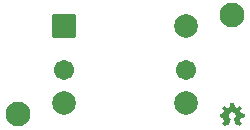
<source format=gts>
G04 #@! TF.GenerationSoftware,KiCad,Pcbnew,7.0.7*
G04 #@! TF.CreationDate,2023-09-18T19:37:29-04:00*
G04 #@! TF.ProjectId,Nav Switch Mount,4e617620-5377-4697-9463-68204d6f756e,rev?*
G04 #@! TF.SameCoordinates,Original*
G04 #@! TF.FileFunction,Soldermask,Top*
G04 #@! TF.FilePolarity,Negative*
%FSLAX46Y46*%
G04 Gerber Fmt 4.6, Leading zero omitted, Abs format (unit mm)*
G04 Created by KiCad (PCBNEW 7.0.7) date 2023-09-18 19:37:29*
%MOMM*%
%LPD*%
G01*
G04 APERTURE LIST*
G04 Aperture macros list*
%AMRoundRect*
0 Rectangle with rounded corners*
0 $1 Rounding radius*
0 $2 $3 $4 $5 $6 $7 $8 $9 X,Y pos of 4 corners*
0 Add a 4 corners polygon primitive as box body*
4,1,4,$2,$3,$4,$5,$6,$7,$8,$9,$2,$3,0*
0 Add four circle primitives for the rounded corners*
1,1,$1+$1,$2,$3*
1,1,$1+$1,$4,$5*
1,1,$1+$1,$6,$7*
1,1,$1+$1,$8,$9*
0 Add four rect primitives between the rounded corners*
20,1,$1+$1,$2,$3,$4,$5,0*
20,1,$1+$1,$4,$5,$6,$7,0*
20,1,$1+$1,$6,$7,$8,$9,0*
20,1,$1+$1,$8,$9,$2,$3,0*%
G04 Aperture macros list end*
%ADD10C,0.000000*%
%ADD11C,2.100000*%
%ADD12RoundRect,0.102000X-0.900000X-0.900000X0.900000X-0.900000X0.900000X0.900000X-0.900000X0.900000X0*%
%ADD13C,1.712000*%
%ADD14C,2.004000*%
G04 APERTURE END LIST*
D10*
G36*
X168234937Y-55243364D02*
G01*
X168235541Y-55243409D01*
X168236143Y-55243483D01*
X168236740Y-55243585D01*
X168237333Y-55243715D01*
X168237920Y-55243872D01*
X168238501Y-55244054D01*
X168239074Y-55244262D01*
X168239638Y-55244495D01*
X168240194Y-55244751D01*
X168240739Y-55245031D01*
X168241273Y-55245332D01*
X168241795Y-55245656D01*
X168242304Y-55246000D01*
X168242800Y-55246365D01*
X168243281Y-55246749D01*
X168243746Y-55247151D01*
X168244195Y-55247571D01*
X168244627Y-55248009D01*
X168245040Y-55248463D01*
X168245435Y-55248933D01*
X168245809Y-55249417D01*
X168246162Y-55249916D01*
X168246494Y-55250429D01*
X168246803Y-55250954D01*
X168247088Y-55251491D01*
X168247349Y-55252039D01*
X168247584Y-55252598D01*
X168247793Y-55253166D01*
X168247975Y-55253744D01*
X168248129Y-55254330D01*
X168248254Y-55254923D01*
X168298503Y-55524870D01*
X168298630Y-55525468D01*
X168298784Y-55526068D01*
X168299170Y-55527271D01*
X168299655Y-55528469D01*
X168300232Y-55529656D01*
X168300893Y-55530824D01*
X168301633Y-55531964D01*
X168302444Y-55533069D01*
X168303319Y-55534132D01*
X168304253Y-55535143D01*
X168305238Y-55536096D01*
X168306266Y-55536982D01*
X168307333Y-55537794D01*
X168308430Y-55538524D01*
X168309552Y-55539164D01*
X168310119Y-55539448D01*
X168310690Y-55539706D01*
X168311264Y-55539938D01*
X168311839Y-55540143D01*
X168492767Y-55614206D01*
X168493891Y-55614701D01*
X168495083Y-55615115D01*
X168496333Y-55615447D01*
X168497629Y-55615700D01*
X168498963Y-55615873D01*
X168500322Y-55615967D01*
X168501697Y-55615984D01*
X168503077Y-55615923D01*
X168504451Y-55615786D01*
X168505810Y-55615573D01*
X168507142Y-55615285D01*
X168508438Y-55614923D01*
X168509686Y-55614487D01*
X168510876Y-55613979D01*
X168511998Y-55613398D01*
X168513041Y-55612746D01*
X168738566Y-55457982D01*
X168739074Y-55457652D01*
X168739597Y-55457346D01*
X168740134Y-55457067D01*
X168740683Y-55456813D01*
X168741245Y-55456584D01*
X168741816Y-55456381D01*
X168742397Y-55456203D01*
X168742987Y-55456050D01*
X168743583Y-55455923D01*
X168744185Y-55455820D01*
X168745402Y-55455688D01*
X168746628Y-55455655D01*
X168747855Y-55455720D01*
X168749074Y-55455881D01*
X168750274Y-55456139D01*
X168751447Y-55456491D01*
X168752021Y-55456703D01*
X168752584Y-55456938D01*
X168753136Y-55457196D01*
X168753676Y-55457478D01*
X168754202Y-55457782D01*
X168754713Y-55458110D01*
X168755208Y-55458461D01*
X168755686Y-55458834D01*
X168756145Y-55459231D01*
X168756585Y-55459649D01*
X168946515Y-55649579D01*
X168946934Y-55650019D01*
X168947330Y-55650479D01*
X168947703Y-55650957D01*
X168948053Y-55651453D01*
X168948381Y-55651964D01*
X168948685Y-55652490D01*
X168949223Y-55653583D01*
X168949667Y-55654721D01*
X168950018Y-55655896D01*
X168950273Y-55657097D01*
X168950433Y-55658317D01*
X168950496Y-55659546D01*
X168950462Y-55660774D01*
X168950331Y-55661992D01*
X168950101Y-55663191D01*
X168949772Y-55664363D01*
X168949570Y-55664935D01*
X168949343Y-55665496D01*
X168949091Y-55666046D01*
X168948813Y-55666584D01*
X168948510Y-55667107D01*
X168948182Y-55667615D01*
X168796118Y-55889250D01*
X168795464Y-55890297D01*
X168794883Y-55891421D01*
X168794377Y-55892611D01*
X168793946Y-55893856D01*
X168793590Y-55895147D01*
X168793310Y-55896473D01*
X168793108Y-55897824D01*
X168792982Y-55899190D01*
X168792935Y-55900561D01*
X168792967Y-55901926D01*
X168793078Y-55903276D01*
X168793269Y-55904599D01*
X168793541Y-55905886D01*
X168793894Y-55907127D01*
X168794330Y-55908311D01*
X168794848Y-55909429D01*
X168874849Y-56096072D01*
X168875306Y-56097218D01*
X168875868Y-56098354D01*
X168876526Y-56099472D01*
X168877274Y-56100566D01*
X168878103Y-56101630D01*
X168879004Y-56102656D01*
X168879971Y-56103637D01*
X168880995Y-56104568D01*
X168882069Y-56105440D01*
X168883184Y-56106248D01*
X168884332Y-56106985D01*
X168885505Y-56107644D01*
X168886697Y-56108217D01*
X168887898Y-56108699D01*
X168889101Y-56109082D01*
X168890297Y-56109361D01*
X169151290Y-56157895D01*
X169151881Y-56158022D01*
X169152466Y-56158179D01*
X169153042Y-56158363D01*
X169153609Y-56158574D01*
X169154167Y-56158812D01*
X169154714Y-56159074D01*
X169155250Y-56159361D01*
X169155774Y-56159671D01*
X169156784Y-56160358D01*
X169157736Y-56161128D01*
X169158626Y-56161975D01*
X169159448Y-56162890D01*
X169160195Y-56163867D01*
X169160861Y-56164899D01*
X169161441Y-56165979D01*
X169161696Y-56166535D01*
X169161928Y-56167100D01*
X169162135Y-56167673D01*
X169162317Y-56168254D01*
X169162472Y-56168842D01*
X169162601Y-56169436D01*
X169162702Y-56170034D01*
X169162775Y-56170637D01*
X169162818Y-56171242D01*
X169162832Y-56171850D01*
X169162800Y-56440463D01*
X169162785Y-56441070D01*
X169162740Y-56441675D01*
X169162666Y-56442277D01*
X169162563Y-56442875D01*
X169162433Y-56443468D01*
X169162276Y-56444056D01*
X169162093Y-56444637D01*
X169161885Y-56445211D01*
X169161652Y-56445777D01*
X169161395Y-56446333D01*
X169161115Y-56446880D01*
X169160812Y-56447415D01*
X169160488Y-56447938D01*
X169160144Y-56448449D01*
X169159779Y-56448946D01*
X169159394Y-56449428D01*
X169158992Y-56449894D01*
X169158571Y-56450344D01*
X169158133Y-56450777D01*
X169157679Y-56451191D01*
X169157209Y-56451586D01*
X169156724Y-56451961D01*
X169156226Y-56452315D01*
X169155714Y-56452647D01*
X169155189Y-56452956D01*
X169154652Y-56453241D01*
X169154105Y-56453502D01*
X169153547Y-56453737D01*
X169152979Y-56453945D01*
X169152403Y-56454127D01*
X169151818Y-56454279D01*
X169151226Y-56454403D01*
X168896647Y-56501778D01*
X168896048Y-56501901D01*
X168895448Y-56502052D01*
X168894847Y-56502229D01*
X168894246Y-56502433D01*
X168893051Y-56502914D01*
X168891870Y-56503490D01*
X168890711Y-56504152D01*
X168889580Y-56504894D01*
X168888487Y-56505708D01*
X168887437Y-56506589D01*
X168886440Y-56507528D01*
X168885501Y-56508519D01*
X168884631Y-56509555D01*
X168883834Y-56510628D01*
X168883120Y-56511733D01*
X168882496Y-56512861D01*
X168881970Y-56514007D01*
X168881746Y-56514584D01*
X168881549Y-56515162D01*
X168802072Y-56713697D01*
X168801580Y-56714826D01*
X168801170Y-56716022D01*
X168800841Y-56717274D01*
X168800592Y-56718573D01*
X168800423Y-56719906D01*
X168800332Y-56721266D01*
X168800319Y-56722640D01*
X168800383Y-56724018D01*
X168800523Y-56725391D01*
X168800738Y-56726748D01*
X168801027Y-56728078D01*
X168801391Y-56729372D01*
X168801827Y-56730618D01*
X168802335Y-56731807D01*
X168802914Y-56732928D01*
X168803564Y-56733971D01*
X168948182Y-56944699D01*
X168948513Y-56945207D01*
X168948818Y-56945730D01*
X168949098Y-56946268D01*
X168949352Y-56946818D01*
X168949580Y-56947380D01*
X168949784Y-56947952D01*
X168949961Y-56948534D01*
X168950114Y-56949125D01*
X168950242Y-56949722D01*
X168950345Y-56950325D01*
X168950476Y-56951545D01*
X168950509Y-56952774D01*
X168950445Y-56954004D01*
X168950283Y-56955226D01*
X168950026Y-56956429D01*
X168949674Y-56957605D01*
X168949462Y-56958180D01*
X168949227Y-56958744D01*
X168948969Y-56959297D01*
X168948687Y-56959838D01*
X168948382Y-56960364D01*
X168948055Y-56960876D01*
X168947704Y-56961372D01*
X168947330Y-56961850D01*
X168946934Y-56962310D01*
X168946515Y-56962750D01*
X168756554Y-57152680D01*
X168756116Y-57153096D01*
X168755659Y-57153490D01*
X168755183Y-57153861D01*
X168754690Y-57154209D01*
X168754180Y-57154535D01*
X168753656Y-57154837D01*
X168752566Y-57155374D01*
X168751430Y-57155818D01*
X168750256Y-57156169D01*
X168749055Y-57156425D01*
X168747836Y-57156586D01*
X168746607Y-57156651D01*
X168745378Y-57156619D01*
X168744159Y-57156489D01*
X168742959Y-57156261D01*
X168741787Y-57155934D01*
X168741215Y-57155732D01*
X168740653Y-57155506D01*
X168740103Y-57155254D01*
X168739565Y-57154977D01*
X168739042Y-57154675D01*
X168738534Y-57154347D01*
X168531521Y-57012269D01*
X168530481Y-57011621D01*
X168529366Y-57011053D01*
X168528188Y-57010565D01*
X168526956Y-57010157D01*
X168525680Y-57009830D01*
X168524371Y-57009583D01*
X168523039Y-57009417D01*
X168521694Y-57009332D01*
X168520346Y-57009328D01*
X168519004Y-57009405D01*
X168517681Y-57009564D01*
X168516384Y-57009804D01*
X168515125Y-57010126D01*
X168513914Y-57010531D01*
X168512761Y-57011017D01*
X168511676Y-57011586D01*
X168420386Y-57060327D01*
X168419840Y-57060586D01*
X168419290Y-57060815D01*
X168418736Y-57061012D01*
X168418179Y-57061178D01*
X168417621Y-57061314D01*
X168417062Y-57061420D01*
X168416503Y-57061497D01*
X168415946Y-57061544D01*
X168415390Y-57061563D01*
X168414838Y-57061552D01*
X168414289Y-57061514D01*
X168413746Y-57061448D01*
X168413208Y-57061354D01*
X168412677Y-57061233D01*
X168412155Y-57061085D01*
X168411640Y-57060910D01*
X168411136Y-57060710D01*
X168410642Y-57060483D01*
X168410160Y-57060232D01*
X168409691Y-57059955D01*
X168409235Y-57059653D01*
X168408793Y-57059327D01*
X168408367Y-57058977D01*
X168407957Y-57058603D01*
X168407565Y-57058206D01*
X168407191Y-57057786D01*
X168406836Y-57057343D01*
X168406501Y-57056878D01*
X168406188Y-57056391D01*
X168405896Y-57055882D01*
X168405628Y-57055353D01*
X168405383Y-57054802D01*
X168217168Y-56599974D01*
X168216950Y-56599408D01*
X168216762Y-56598834D01*
X168216601Y-56598252D01*
X168216469Y-56597663D01*
X168216365Y-56597070D01*
X168216287Y-56596472D01*
X168216237Y-56595871D01*
X168216214Y-56595268D01*
X168216217Y-56594663D01*
X168216246Y-56594059D01*
X168216300Y-56593456D01*
X168216379Y-56592855D01*
X168216484Y-56592258D01*
X168216612Y-56591664D01*
X168216765Y-56591077D01*
X168216942Y-56590496D01*
X168217142Y-56589922D01*
X168217365Y-56589357D01*
X168217610Y-56588802D01*
X168217878Y-56588258D01*
X168218167Y-56587726D01*
X168218479Y-56587207D01*
X168218811Y-56586702D01*
X168219164Y-56586212D01*
X168219537Y-56585738D01*
X168219931Y-56585282D01*
X168220344Y-56584844D01*
X168220777Y-56584426D01*
X168221228Y-56584029D01*
X168221698Y-56583653D01*
X168222187Y-56583299D01*
X168222693Y-56582970D01*
X168245539Y-56568983D01*
X168247184Y-56567936D01*
X168248939Y-56566741D01*
X168250773Y-56565423D01*
X168252652Y-56564010D01*
X168254543Y-56562527D01*
X168256412Y-56560999D01*
X168258227Y-56559454D01*
X168259955Y-56557917D01*
X168275079Y-56547565D01*
X168289512Y-56536326D01*
X168303216Y-56524237D01*
X168316151Y-56511340D01*
X168328278Y-56497672D01*
X168339556Y-56483273D01*
X168349948Y-56468182D01*
X168359413Y-56452438D01*
X168367912Y-56436081D01*
X168375406Y-56419149D01*
X168381854Y-56401682D01*
X168387219Y-56383719D01*
X168391460Y-56365299D01*
X168394538Y-56346461D01*
X168396414Y-56327245D01*
X168397048Y-56307689D01*
X168396662Y-56292402D01*
X168395514Y-56277315D01*
X168393625Y-56262448D01*
X168391013Y-56247819D01*
X168387696Y-56233447D01*
X168383693Y-56219350D01*
X168379023Y-56205547D01*
X168373704Y-56192057D01*
X168367755Y-56178898D01*
X168361195Y-56166089D01*
X168354043Y-56153649D01*
X168346316Y-56141596D01*
X168338034Y-56129949D01*
X168329215Y-56118727D01*
X168319879Y-56107949D01*
X168310043Y-56097632D01*
X168299727Y-56087796D01*
X168288949Y-56078459D01*
X168277727Y-56069640D01*
X168266081Y-56061358D01*
X168254029Y-56053631D01*
X168241589Y-56046478D01*
X168228781Y-56039918D01*
X168215623Y-56033969D01*
X168202134Y-56028650D01*
X168188332Y-56023980D01*
X168174236Y-56019977D01*
X168159864Y-56016660D01*
X168145237Y-56014048D01*
X168130371Y-56012159D01*
X168115286Y-56011012D01*
X168100000Y-56010625D01*
X168084714Y-56011012D01*
X168069629Y-56012159D01*
X168054763Y-56014048D01*
X168040135Y-56016660D01*
X168025763Y-56019977D01*
X168011667Y-56023980D01*
X167997865Y-56028650D01*
X167984375Y-56033969D01*
X167971216Y-56039918D01*
X167958407Y-56046478D01*
X167945967Y-56053631D01*
X167933914Y-56061358D01*
X167922267Y-56069640D01*
X167911045Y-56078459D01*
X167900266Y-56087796D01*
X167889949Y-56097632D01*
X167880112Y-56107949D01*
X167870775Y-56118727D01*
X167861956Y-56129949D01*
X167853673Y-56141596D01*
X167845946Y-56153649D01*
X167838793Y-56166089D01*
X167832232Y-56178898D01*
X167826283Y-56192057D01*
X167820963Y-56205547D01*
X167816293Y-56219350D01*
X167812289Y-56233447D01*
X167808972Y-56247819D01*
X167806359Y-56262448D01*
X167804470Y-56277315D01*
X167803323Y-56292402D01*
X167802936Y-56307689D01*
X167803095Y-56317507D01*
X167803570Y-56327245D01*
X167804356Y-56336898D01*
X167805447Y-56346461D01*
X167806838Y-56355930D01*
X167808525Y-56365299D01*
X167810503Y-56374564D01*
X167812767Y-56383719D01*
X167815312Y-56392760D01*
X167818133Y-56401682D01*
X167821225Y-56410480D01*
X167824583Y-56419149D01*
X167828202Y-56427684D01*
X167832077Y-56436081D01*
X167840577Y-56452438D01*
X167850043Y-56468182D01*
X167860435Y-56483273D01*
X167871713Y-56497672D01*
X167883840Y-56511340D01*
X167896774Y-56524237D01*
X167910476Y-56536326D01*
X167924908Y-56547565D01*
X167940029Y-56557917D01*
X167941767Y-56559454D01*
X167943588Y-56560999D01*
X167945461Y-56562527D01*
X167947354Y-56564010D01*
X167949234Y-56565423D01*
X167951069Y-56566741D01*
X167952828Y-56567936D01*
X167954477Y-56568983D01*
X167977323Y-56582970D01*
X167977832Y-56583299D01*
X167978323Y-56583653D01*
X167978795Y-56584029D01*
X167979249Y-56584426D01*
X167979683Y-56584844D01*
X167980098Y-56585282D01*
X167980868Y-56586212D01*
X167981555Y-56587207D01*
X167982156Y-56588258D01*
X167982670Y-56589357D01*
X167983092Y-56590496D01*
X167983420Y-56591664D01*
X167983652Y-56592855D01*
X167983784Y-56594059D01*
X167983813Y-56595268D01*
X167983737Y-56596472D01*
X167983659Y-56597070D01*
X167983553Y-56597663D01*
X167983419Y-56598252D01*
X167983257Y-56598834D01*
X167983067Y-56599408D01*
X167982848Y-56599974D01*
X167794617Y-57054786D01*
X167794372Y-57055337D01*
X167794104Y-57055867D01*
X167793812Y-57056376D01*
X167793498Y-57056863D01*
X167793163Y-57057328D01*
X167792808Y-57057771D01*
X167792433Y-57058192D01*
X167792040Y-57058590D01*
X167791630Y-57058964D01*
X167791204Y-57059314D01*
X167790762Y-57059641D01*
X167790305Y-57059943D01*
X167789835Y-57060220D01*
X167789353Y-57060473D01*
X167788858Y-57060699D01*
X167788354Y-57060900D01*
X167787839Y-57061075D01*
X167787316Y-57061223D01*
X167786785Y-57061345D01*
X167786247Y-57061439D01*
X167785704Y-57061505D01*
X167785155Y-57061544D01*
X167784603Y-57061554D01*
X167784048Y-57061535D01*
X167783490Y-57061487D01*
X167782932Y-57061410D01*
X167782374Y-57061304D01*
X167781816Y-57061167D01*
X167781260Y-57060999D01*
X167780707Y-57060801D01*
X167780158Y-57060572D01*
X167779614Y-57060311D01*
X167688324Y-57011570D01*
X167687242Y-57011002D01*
X167686090Y-57010515D01*
X167684881Y-57010112D01*
X167683623Y-57009790D01*
X167682327Y-57009551D01*
X167681003Y-57009393D01*
X167679661Y-57009317D01*
X167678312Y-57009322D01*
X167676966Y-57009408D01*
X167675633Y-57009574D01*
X167674323Y-57009821D01*
X167673046Y-57010148D01*
X167671814Y-57010555D01*
X167670634Y-57011042D01*
X167669519Y-57011608D01*
X167668479Y-57012253D01*
X167461482Y-57154331D01*
X167460972Y-57154659D01*
X167460448Y-57154962D01*
X167459909Y-57155239D01*
X167459358Y-57155490D01*
X167458796Y-57155717D01*
X167458222Y-57155918D01*
X167457640Y-57156094D01*
X167457050Y-57156245D01*
X167456452Y-57156372D01*
X167455849Y-57156473D01*
X167454630Y-57156603D01*
X167453401Y-57156635D01*
X167452172Y-57156570D01*
X167450953Y-57156409D01*
X167449751Y-57156153D01*
X167448578Y-57155802D01*
X167448004Y-57155592D01*
X167447441Y-57155358D01*
X167446889Y-57155101D01*
X167446350Y-57154821D01*
X167445825Y-57154519D01*
X167445314Y-57154193D01*
X167444820Y-57153845D01*
X167444343Y-57153474D01*
X167443885Y-57153080D01*
X167443446Y-57152664D01*
X167253485Y-56962734D01*
X167253067Y-56962294D01*
X167252672Y-56961834D01*
X167252300Y-56961356D01*
X167251951Y-56960860D01*
X167251624Y-56960349D01*
X167251320Y-56959822D01*
X167250782Y-56958728D01*
X167250337Y-56957589D01*
X167249985Y-56956413D01*
X167249728Y-56955210D01*
X167249567Y-56953988D01*
X167249502Y-56952758D01*
X167249535Y-56951529D01*
X167249665Y-56950309D01*
X167249895Y-56949109D01*
X167250224Y-56947937D01*
X167250426Y-56947364D01*
X167250653Y-56946802D01*
X167250906Y-56946252D01*
X167251184Y-56945714D01*
X167251488Y-56945191D01*
X167251818Y-56944683D01*
X167396420Y-56733955D01*
X167397075Y-56732912D01*
X167397659Y-56731791D01*
X167398171Y-56730603D01*
X167398609Y-56729356D01*
X167398975Y-56728063D01*
X167399265Y-56726732D01*
X167399481Y-56725376D01*
X167399621Y-56724003D01*
X167399685Y-56722624D01*
X167399671Y-56721250D01*
X167399580Y-56719891D01*
X167399410Y-56718557D01*
X167399160Y-56717258D01*
X167398831Y-56716006D01*
X167398420Y-56714810D01*
X167397928Y-56713681D01*
X167318451Y-56515146D01*
X167318255Y-56514568D01*
X167318032Y-56513991D01*
X167317507Y-56512845D01*
X167316883Y-56511717D01*
X167316168Y-56510612D01*
X167315370Y-56509539D01*
X167314496Y-56508503D01*
X167313555Y-56507512D01*
X167312555Y-56506573D01*
X167311503Y-56505692D01*
X167310406Y-56504878D01*
X167309273Y-56504136D01*
X167308112Y-56503474D01*
X167306930Y-56502899D01*
X167305735Y-56502417D01*
X167304534Y-56502036D01*
X167303935Y-56501885D01*
X167303337Y-56501762D01*
X167048758Y-56454387D01*
X167048165Y-56454263D01*
X167047579Y-56454111D01*
X167047002Y-56453930D01*
X167046433Y-56453721D01*
X167045874Y-56453486D01*
X167045326Y-56453225D01*
X167044789Y-56452940D01*
X167044264Y-56452631D01*
X167043752Y-56452299D01*
X167043253Y-56451945D01*
X167042298Y-56451175D01*
X167041407Y-56450328D01*
X167040584Y-56449412D01*
X167039835Y-56448433D01*
X167039168Y-56447399D01*
X167038586Y-56446317D01*
X167038097Y-56445195D01*
X167037889Y-56444621D01*
X167037707Y-56444040D01*
X167037550Y-56443452D01*
X167037420Y-56442859D01*
X167037318Y-56442261D01*
X167037244Y-56441659D01*
X167037199Y-56441054D01*
X167037184Y-56440447D01*
X167037168Y-56171834D01*
X167037183Y-56171228D01*
X167037228Y-56170623D01*
X167037302Y-56170022D01*
X167037404Y-56169425D01*
X167037533Y-56168833D01*
X167037690Y-56168246D01*
X167037872Y-56167666D01*
X167038079Y-56167093D01*
X167038311Y-56166529D01*
X167038567Y-56165974D01*
X167038846Y-56165429D01*
X167039148Y-56164895D01*
X167039471Y-56164373D01*
X167039814Y-56163864D01*
X167040179Y-56163369D01*
X167040562Y-56162888D01*
X167040964Y-56162422D01*
X167041384Y-56161973D01*
X167041822Y-56161541D01*
X167042276Y-56161128D01*
X167042745Y-56160733D01*
X167043230Y-56160358D01*
X167043729Y-56160004D01*
X167044241Y-56159671D01*
X167044767Y-56159361D01*
X167045304Y-56159074D01*
X167045853Y-56158812D01*
X167046413Y-56158574D01*
X167046982Y-56158363D01*
X167047561Y-56158179D01*
X167048148Y-56158022D01*
X167048742Y-56157895D01*
X167309719Y-56109361D01*
X167310319Y-56109235D01*
X167310921Y-56109082D01*
X167312128Y-56108699D01*
X167313332Y-56108217D01*
X167314526Y-56107644D01*
X167315701Y-56106985D01*
X167316851Y-56106248D01*
X167317966Y-56105440D01*
X167319038Y-56104568D01*
X167320062Y-56103637D01*
X167321027Y-56102656D01*
X167321927Y-56101630D01*
X167322753Y-56100566D01*
X167323498Y-56099472D01*
X167324154Y-56098354D01*
X167324713Y-56097218D01*
X167324953Y-56096646D01*
X167325167Y-56096072D01*
X167405184Y-55909429D01*
X167405699Y-55908311D01*
X167406132Y-55907127D01*
X167406484Y-55905886D01*
X167406754Y-55904599D01*
X167406944Y-55903276D01*
X167407055Y-55901926D01*
X167407086Y-55900561D01*
X167407040Y-55899190D01*
X167406915Y-55897824D01*
X167406714Y-55896473D01*
X167406437Y-55895147D01*
X167406084Y-55893856D01*
X167405656Y-55892611D01*
X167405154Y-55891421D01*
X167404578Y-55890297D01*
X167403930Y-55889250D01*
X167251849Y-55667615D01*
X167251519Y-55667107D01*
X167251214Y-55666584D01*
X167250934Y-55666046D01*
X167250681Y-55665496D01*
X167250452Y-55664935D01*
X167250250Y-55664363D01*
X167250072Y-55663781D01*
X167249920Y-55663191D01*
X167249792Y-55662595D01*
X167249690Y-55661992D01*
X167249560Y-55660774D01*
X167249528Y-55659546D01*
X167249593Y-55658317D01*
X167249755Y-55657097D01*
X167250013Y-55655896D01*
X167250365Y-55654721D01*
X167250576Y-55654147D01*
X167250811Y-55653583D01*
X167251069Y-55653030D01*
X167251350Y-55652490D01*
X167251655Y-55651964D01*
X167251982Y-55651453D01*
X167252331Y-55650957D01*
X167252704Y-55650479D01*
X167253099Y-55650019D01*
X167253516Y-55649579D01*
X167443462Y-55459649D01*
X167443901Y-55459231D01*
X167444359Y-55458834D01*
X167444836Y-55458461D01*
X167445330Y-55458110D01*
X167445841Y-55457782D01*
X167446366Y-55457478D01*
X167447457Y-55456938D01*
X167448594Y-55456491D01*
X167449767Y-55456139D01*
X167450969Y-55455881D01*
X167452188Y-55455720D01*
X167453417Y-55455655D01*
X167454645Y-55455688D01*
X167455865Y-55455820D01*
X167457065Y-55456050D01*
X167458238Y-55456381D01*
X167458811Y-55456584D01*
X167459374Y-55456813D01*
X167459925Y-55457067D01*
X167460464Y-55457346D01*
X167460988Y-55457652D01*
X167461498Y-55457982D01*
X167687006Y-55612746D01*
X167688047Y-55613398D01*
X167689166Y-55613979D01*
X167690355Y-55614487D01*
X167691601Y-55614923D01*
X167692895Y-55615285D01*
X167694226Y-55615573D01*
X167695585Y-55615786D01*
X167696959Y-55615923D01*
X167698339Y-55615984D01*
X167699715Y-55615967D01*
X167701075Y-55615873D01*
X167702409Y-55615700D01*
X167703708Y-55615447D01*
X167704959Y-55615115D01*
X167706154Y-55614701D01*
X167707281Y-55614206D01*
X167888224Y-55540143D01*
X167889376Y-55539706D01*
X167890516Y-55539164D01*
X167891639Y-55538524D01*
X167892737Y-55537794D01*
X167893804Y-55536982D01*
X167894833Y-55536096D01*
X167895817Y-55535143D01*
X167896750Y-55534132D01*
X167897625Y-55533069D01*
X167898435Y-55531964D01*
X167899173Y-55530824D01*
X167899834Y-55529656D01*
X167900410Y-55528469D01*
X167900894Y-55527271D01*
X167901280Y-55526068D01*
X167901561Y-55524870D01*
X167951793Y-55254923D01*
X167951918Y-55254330D01*
X167952072Y-55253744D01*
X167952254Y-55253166D01*
X167952463Y-55252598D01*
X167952699Y-55252039D01*
X167952960Y-55251491D01*
X167953245Y-55250954D01*
X167953554Y-55250429D01*
X167953885Y-55249916D01*
X167954238Y-55249417D01*
X167955007Y-55248463D01*
X167955851Y-55247571D01*
X167956765Y-55246749D01*
X167957741Y-55246000D01*
X167958771Y-55245332D01*
X167959849Y-55244751D01*
X167960404Y-55244495D01*
X167960967Y-55244262D01*
X167961539Y-55244054D01*
X167962119Y-55243872D01*
X167962705Y-55243715D01*
X167963297Y-55243585D01*
X167963893Y-55243483D01*
X167964493Y-55243409D01*
X167965096Y-55243364D01*
X167965701Y-55243349D01*
X168234331Y-55243349D01*
X168234937Y-55243364D01*
G37*
D11*
X150000000Y-56200000D03*
X168100000Y-47800000D03*
D12*
X153900000Y-48725000D03*
D13*
X153900000Y-52425000D03*
D14*
X153900000Y-55225000D03*
X164200000Y-55225000D03*
D13*
X164200000Y-52425000D03*
D14*
X164200000Y-48725000D03*
M02*

</source>
